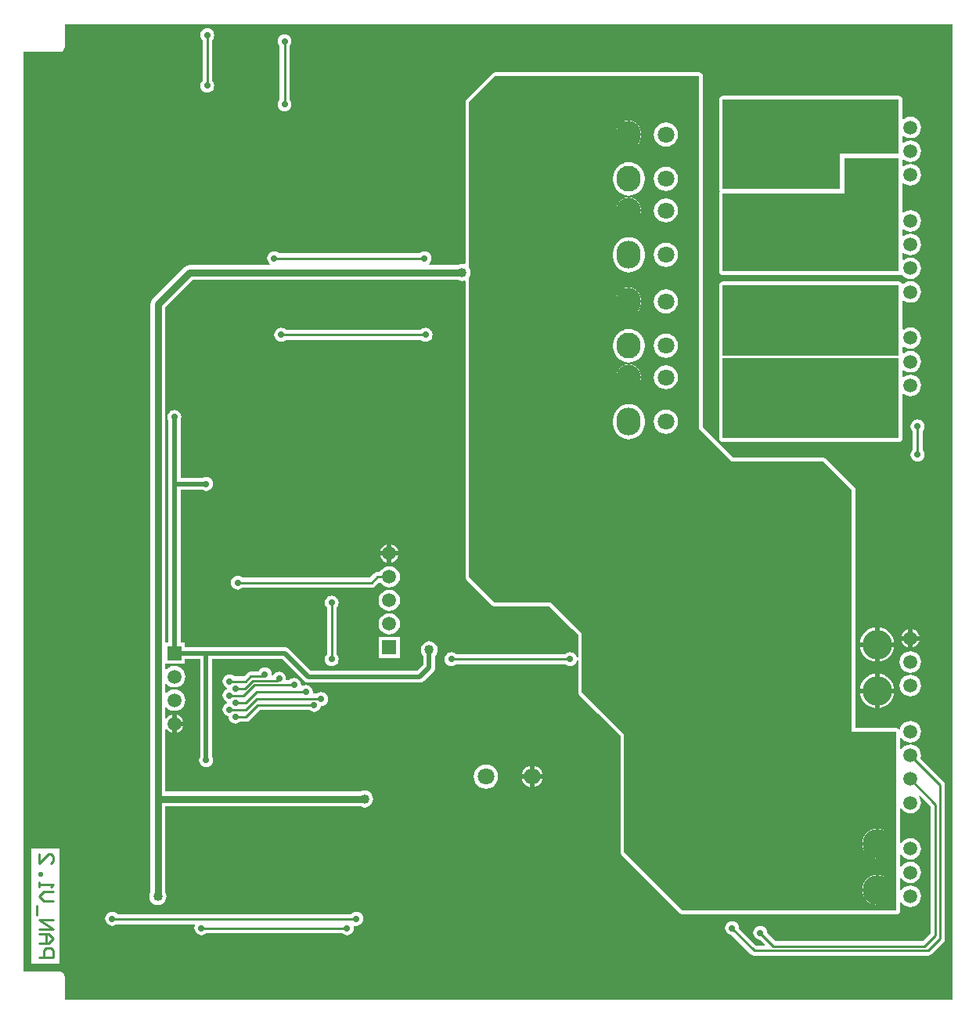
<source format=gbl>
%FSLAX25Y25*%
%MOIN*%
G70*
G01*
G75*
G04 Layer_Physical_Order=2*
G04 Layer_Color=16711680*
%ADD10C,0.01000*%
%ADD11R,0.10799X0.08500*%
%ADD12O,0.02756X0.07480*%
%ADD13O,0.02756X0.08268*%
%ADD14O,0.07874X0.13780*%
%ADD15R,0.07087X0.10236*%
%ADD16R,0.04921X0.02756*%
%ADD17R,0.02756X0.04921*%
%ADD18R,0.07087X0.04449*%
%ADD19R,0.04449X0.07087*%
%ADD20R,0.10512X0.04724*%
%ADD21O,0.02756X0.07087*%
%ADD22R,0.01654X0.03937*%
%ADD23R,0.04921X0.13465*%
%ADD24R,0.03661X0.03858*%
%ADD25R,0.03858X0.03661*%
%ADD26O,0.07087X0.01102*%
%ADD27O,0.01102X0.07087*%
%ADD28R,0.10709X0.04567*%
%ADD29C,0.03937*%
%ADD30R,0.02362X0.05906*%
%ADD31R,0.07874X0.07874*%
%ADD32C,0.03150*%
%ADD33C,0.01969*%
%ADD34C,0.01181*%
%ADD35C,0.04724*%
%ADD36R,0.20500X1.22000*%
%ADD37R,0.44000X0.15500*%
%ADD38R,0.15000X0.07000*%
%ADD39R,0.23000X0.15000*%
%ADD40R,0.25000X0.15000*%
%ADD41C,0.05906*%
%ADD42C,0.12598*%
%ADD43O,0.10236X0.11811*%
%ADD44O,0.10236X0.11024*%
%ADD45C,0.07087*%
%ADD46C,0.11811*%
%ADD47R,0.05906X0.05906*%
%ADD48C,0.03000*%
%ADD49C,0.04000*%
%ADD50C,0.02756*%
G36*
X397884Y2115D02*
X19832D01*
Y11811D01*
X19671Y12621D01*
X19212Y13307D01*
X18526Y13765D01*
X17717Y13926D01*
X2115D01*
Y405365D01*
X17717D01*
X18526Y405526D01*
X19212Y405984D01*
X19671Y406671D01*
X19832Y407480D01*
X19832Y407480D01*
X19832Y407480D01*
Y407480D01*
Y417176D01*
X397884D01*
Y2115D01*
D02*
G37*
%LPC*%
G36*
X364748Y160386D02*
X364317Y160343D01*
X362941Y159926D01*
X361673Y159248D01*
X360562Y158336D01*
X359650Y157225D01*
X358972Y155956D01*
X358554Y154580D01*
X358512Y154150D01*
X364748D01*
Y160386D01*
D02*
G37*
G36*
X383776Y154846D02*
X380921D01*
Y151991D01*
X380953Y151995D01*
X381915Y152394D01*
X382740Y153027D01*
X383374Y153853D01*
X383772Y154815D01*
X383776Y154846D01*
D02*
G37*
G36*
X378921Y159702D02*
X378889Y159697D01*
X377928Y159299D01*
X377102Y158666D01*
X376468Y157840D01*
X376070Y156878D01*
X376066Y156846D01*
X378921D01*
Y159702D01*
D02*
G37*
G36*
X366748Y160386D02*
Y154150D01*
X372984D01*
X372942Y154580D01*
X372524Y155956D01*
X371846Y157225D01*
X370934Y158336D01*
X369823Y159248D01*
X368555Y159926D01*
X367179Y160343D01*
X366748Y160386D01*
D02*
G37*
G36*
X372984Y152150D02*
X366748D01*
Y145914D01*
X367179Y145956D01*
X368555Y146373D01*
X369823Y147051D01*
X370934Y147963D01*
X371846Y149075D01*
X372524Y150343D01*
X372942Y151719D01*
X372984Y152150D01*
D02*
G37*
G36*
X364748D02*
X358512D01*
X358554Y151719D01*
X358972Y150343D01*
X359650Y149075D01*
X360562Y147963D01*
X361673Y147051D01*
X362941Y146373D01*
X364317Y145956D01*
X364748Y145914D01*
Y152150D01*
D02*
G37*
G36*
X378921Y154846D02*
X376066D01*
X376070Y154815D01*
X376468Y153853D01*
X377102Y153027D01*
X377928Y152394D01*
X378889Y151995D01*
X378921Y151991D01*
Y154846D01*
D02*
G37*
G36*
X162528Y156527D02*
X153472D01*
Y147473D01*
X162528D01*
Y156527D01*
D02*
G37*
G36*
X380921Y159702D02*
Y156846D01*
X383776D01*
X383772Y156878D01*
X383374Y157840D01*
X382740Y158666D01*
X381915Y159299D01*
X380953Y159697D01*
X380921Y159702D01*
D02*
G37*
G36*
X157000Y195855D02*
X156968Y195851D01*
X156007Y195453D01*
X155181Y194819D01*
X154547Y193993D01*
X154149Y193032D01*
X154145Y193000D01*
X157000D01*
Y195855D01*
D02*
G37*
G36*
X161855Y191000D02*
X159000D01*
Y188145D01*
X159032Y188149D01*
X159993Y188547D01*
X160819Y189181D01*
X161453Y190007D01*
X161851Y190968D01*
X161855Y191000D01*
D02*
G37*
G36*
X383000Y248978D02*
X382229Y248877D01*
X381511Y248579D01*
X380894Y248106D01*
X380421Y247489D01*
X380123Y246771D01*
X380022Y246000D01*
X380123Y245229D01*
X380421Y244511D01*
X380885Y243906D01*
Y236093D01*
X380421Y235489D01*
X380123Y234771D01*
X380022Y234000D01*
X380123Y233229D01*
X380421Y232511D01*
X380894Y231894D01*
X381511Y231421D01*
X382229Y231123D01*
X383000Y231022D01*
X383771Y231123D01*
X384489Y231421D01*
X385106Y231894D01*
X385579Y232511D01*
X385877Y233229D01*
X385978Y234000D01*
X385877Y234771D01*
X385579Y235489D01*
X385116Y236093D01*
Y243906D01*
X385579Y244511D01*
X385877Y245229D01*
X385978Y246000D01*
X385877Y246771D01*
X385579Y247489D01*
X385106Y248106D01*
X384489Y248579D01*
X383771Y248877D01*
X383000Y248978D01*
D02*
G37*
G36*
X159000Y195855D02*
Y193000D01*
X161855D01*
X161851Y193032D01*
X161453Y193993D01*
X160819Y194819D01*
X159993Y195453D01*
X159032Y195851D01*
X159000Y195855D01*
D02*
G37*
G36*
X158000Y176567D02*
X156818Y176411D01*
X155717Y175955D01*
X154771Y175229D01*
X154045Y174283D01*
X153589Y173182D01*
X153433Y172000D01*
X153589Y170818D01*
X154045Y169717D01*
X154771Y168771D01*
X155717Y168045D01*
X156818Y167589D01*
X158000Y167433D01*
X159182Y167589D01*
X160283Y168045D01*
X161229Y168771D01*
X161955Y169717D01*
X162411Y170818D01*
X162567Y172000D01*
X162411Y173182D01*
X161955Y174283D01*
X161229Y175229D01*
X160283Y175955D01*
X159182Y176411D01*
X158000Y176567D01*
D02*
G37*
G36*
Y166567D02*
X156818Y166411D01*
X155717Y165955D01*
X154771Y165229D01*
X154045Y164283D01*
X153589Y163182D01*
X153433Y162000D01*
X153589Y160818D01*
X154045Y159717D01*
X154771Y158771D01*
X155717Y158045D01*
X156818Y157589D01*
X158000Y157433D01*
X159182Y157589D01*
X160283Y158045D01*
X161229Y158771D01*
X161955Y159717D01*
X162411Y160818D01*
X162567Y162000D01*
X162411Y163182D01*
X161955Y164283D01*
X161229Y165229D01*
X160283Y165955D01*
X159182Y166411D01*
X158000Y166567D01*
D02*
G37*
G36*
X157000Y191000D02*
X154145D01*
X154149Y190968D01*
X154547Y190007D01*
X155181Y189181D01*
X156007Y188547D01*
X156968Y188149D01*
X157000Y188145D01*
Y191000D01*
D02*
G37*
G36*
X158000Y186567D02*
X156818Y186411D01*
X155717Y185955D01*
X154771Y185229D01*
X154045Y184283D01*
X153976Y184116D01*
X153000D01*
X152190Y183954D01*
X151504Y183496D01*
X149624Y181615D01*
X95594D01*
X94989Y182079D01*
X94271Y182377D01*
X93500Y182478D01*
X92729Y182377D01*
X92011Y182079D01*
X91394Y181606D01*
X90921Y180989D01*
X90623Y180271D01*
X90522Y179500D01*
X90623Y178729D01*
X90921Y178011D01*
X91394Y177394D01*
X92011Y176921D01*
X92729Y176623D01*
X93500Y176522D01*
X94271Y176623D01*
X94989Y176921D01*
X95594Y177384D01*
X150500D01*
X151310Y177546D01*
X151996Y178004D01*
X151996Y178004D01*
X151996Y178004D01*
X153470Y179479D01*
X153827Y179626D01*
X154130Y179606D01*
X154771Y178771D01*
X155717Y178045D01*
X156818Y177589D01*
X158000Y177433D01*
X159182Y177589D01*
X160283Y178045D01*
X161229Y178771D01*
X161955Y179717D01*
X162411Y180818D01*
X162567Y182000D01*
X162411Y183182D01*
X161955Y184283D01*
X161229Y185229D01*
X160283Y185955D01*
X159182Y186411D01*
X158000Y186567D01*
D02*
G37*
G36*
X217843Y101451D02*
X217657Y101426D01*
X216551Y100969D01*
X215602Y100240D01*
X214874Y99291D01*
X214416Y98186D01*
X214392Y98000D01*
X217843D01*
Y101451D01*
D02*
G37*
G36*
X223293Y96000D02*
X219843D01*
Y92549D01*
X220029Y92574D01*
X221134Y93031D01*
X222083Y93760D01*
X222811Y94709D01*
X223269Y95814D01*
X223293Y96000D01*
D02*
G37*
G36*
X70355Y118500D02*
X67500D01*
Y115645D01*
X67532Y115649D01*
X68493Y116047D01*
X69319Y116681D01*
X69953Y117507D01*
X70351Y118468D01*
X70355Y118500D01*
D02*
G37*
G36*
X219843Y101451D02*
Y98000D01*
X223293D01*
X223269Y98186D01*
X222811Y99291D01*
X222083Y100240D01*
X221134Y100969D01*
X220029Y101426D01*
X219843Y101451D01*
D02*
G37*
G36*
X144000Y39478D02*
X143229Y39377D01*
X142511Y39079D01*
X141894Y38606D01*
X141774Y38450D01*
X42226D01*
X42106Y38606D01*
X41489Y39079D01*
X40771Y39377D01*
X40000Y39478D01*
X39229Y39377D01*
X38511Y39079D01*
X37894Y38606D01*
X37421Y37989D01*
X37123Y37271D01*
X37022Y36500D01*
X37123Y35729D01*
X37421Y35011D01*
X37894Y34394D01*
X38511Y33921D01*
X39229Y33623D01*
X40000Y33522D01*
X40771Y33623D01*
X41489Y33921D01*
X41878Y34219D01*
X75066D01*
X75344Y33803D01*
X75123Y33271D01*
X75022Y32500D01*
X75123Y31729D01*
X75421Y31011D01*
X75894Y30394D01*
X76511Y29921D01*
X77229Y29623D01*
X78000Y29522D01*
X78771Y29623D01*
X79489Y29921D01*
X80093Y30385D01*
X137907D01*
X138511Y29921D01*
X139229Y29623D01*
X140000Y29522D01*
X140771Y29623D01*
X141489Y29921D01*
X142106Y30394D01*
X142579Y31011D01*
X142877Y31729D01*
X142978Y32500D01*
X142877Y33270D01*
X143230Y33623D01*
X144000Y33522D01*
X144771Y33623D01*
X145489Y33921D01*
X146106Y34394D01*
X146579Y35011D01*
X146877Y35729D01*
X146978Y36500D01*
X146877Y37271D01*
X146579Y37989D01*
X146106Y38606D01*
X145489Y39079D01*
X144771Y39377D01*
X144000Y39478D01*
D02*
G37*
G36*
X17573Y66561D02*
X5426D01*
Y17425D01*
X17573D01*
Y66561D01*
D02*
G37*
G36*
X217843Y96000D02*
X214392D01*
X214416Y95814D01*
X214874Y94709D01*
X215602Y93760D01*
X216551Y93031D01*
X217657Y92574D01*
X217843Y92549D01*
Y96000D01*
D02*
G37*
G36*
X199157Y102162D02*
X197821Y101986D01*
X196576Y101471D01*
X195507Y100650D01*
X194687Y99581D01*
X194171Y98336D01*
X193995Y97000D01*
X194171Y95664D01*
X194687Y94419D01*
X195507Y93350D01*
X196576Y92529D01*
X197821Y92014D01*
X199157Y91838D01*
X200494Y92014D01*
X201739Y92529D01*
X202808Y93350D01*
X203628Y94419D01*
X204144Y95664D01*
X204320Y97000D01*
X204144Y98336D01*
X203628Y99581D01*
X202808Y100650D01*
X201739Y101471D01*
X200494Y101986D01*
X199157Y102162D01*
D02*
G37*
G36*
X67500Y123355D02*
Y120500D01*
X70355D01*
X70351Y120532D01*
X69953Y121493D01*
X69319Y122319D01*
X68493Y122953D01*
X67532Y123351D01*
X67500Y123355D01*
D02*
G37*
G36*
X105000Y143478D02*
X104229Y143377D01*
X103511Y143079D01*
X102894Y142606D01*
X102421Y141989D01*
X102297Y141690D01*
X99019D01*
X98210Y141529D01*
X97523Y141071D01*
X96068Y139615D01*
X92093D01*
X91489Y140079D01*
X90771Y140377D01*
X90000Y140478D01*
X89229Y140377D01*
X88511Y140079D01*
X87894Y139606D01*
X87421Y138989D01*
X87123Y138271D01*
X87022Y137500D01*
X87123Y136729D01*
X87421Y136011D01*
X87894Y135394D01*
X88511Y134921D01*
X88923Y134750D01*
Y134250D01*
X88511Y134079D01*
X87894Y133606D01*
X87421Y132989D01*
X87123Y132271D01*
X87022Y131500D01*
X87123Y130729D01*
X87421Y130011D01*
X87894Y129394D01*
X88511Y128921D01*
X88923Y128750D01*
Y128250D01*
X88511Y128079D01*
X87894Y127606D01*
X87421Y126989D01*
X87123Y126271D01*
X87022Y125500D01*
X87123Y124729D01*
X87421Y124011D01*
X87894Y123394D01*
X88511Y122921D01*
X89229Y122623D01*
X89449Y122594D01*
X89522Y122500D01*
X89623Y121729D01*
X89921Y121011D01*
X90394Y120394D01*
X91011Y119921D01*
X91729Y119623D01*
X92500Y119522D01*
X93271Y119623D01*
X93989Y119921D01*
X94594Y120385D01*
X97000D01*
X97810Y120546D01*
X98496Y121004D01*
X102876Y125384D01*
X123907D01*
X124511Y124921D01*
X125229Y124623D01*
X126000Y124522D01*
X126771Y124623D01*
X127489Y124921D01*
X128106Y125394D01*
X128579Y126011D01*
X128877Y126729D01*
X128906Y126949D01*
X129000Y127022D01*
X129771Y127123D01*
X130489Y127421D01*
X131106Y127894D01*
X131579Y128511D01*
X131877Y129229D01*
X131978Y130000D01*
X131877Y130771D01*
X131579Y131489D01*
X131106Y132106D01*
X130489Y132579D01*
X129771Y132877D01*
X129000Y132978D01*
X128229Y132877D01*
X127511Y132579D01*
X127122Y132281D01*
X125763D01*
X125433Y132657D01*
X125478Y133000D01*
X125377Y133771D01*
X125079Y134489D01*
X124606Y135106D01*
X123989Y135579D01*
X123271Y135877D01*
X122500Y135978D01*
X121729Y135877D01*
X121011Y135579D01*
X120875Y135475D01*
X120442Y135725D01*
X120478Y136000D01*
X120377Y136771D01*
X120079Y137489D01*
X119606Y138106D01*
X118989Y138579D01*
X118271Y138877D01*
X117500Y138978D01*
X116729Y138877D01*
X116011Y138579D01*
X115407Y138116D01*
X114350D01*
X114021Y138491D01*
X114043Y138665D01*
X113942Y139436D01*
X113645Y140155D01*
X113171Y140771D01*
X112554Y141245D01*
X111836Y141542D01*
X111065Y141644D01*
X110294Y141542D01*
X109576Y141245D01*
X108959Y140771D01*
X108526Y140207D01*
X108027Y140190D01*
X107949Y140279D01*
X107978Y140500D01*
X107877Y141271D01*
X107579Y141989D01*
X107106Y142606D01*
X106489Y143079D01*
X105771Y143377D01*
X105000Y143478D01*
D02*
G37*
G36*
X366748Y140701D02*
Y134465D01*
X372984D01*
X372942Y134896D01*
X372524Y136271D01*
X371846Y137540D01*
X370934Y138651D01*
X369823Y139563D01*
X368555Y140241D01*
X367179Y140658D01*
X366748Y140701D01*
D02*
G37*
G36*
X133500Y173978D02*
X132729Y173877D01*
X132011Y173579D01*
X131394Y173106D01*
X130921Y172489D01*
X130623Y171771D01*
X130522Y171000D01*
X130623Y170229D01*
X130921Y169511D01*
X131385Y168906D01*
Y149093D01*
X130921Y148489D01*
X130623Y147771D01*
X130522Y147000D01*
X130623Y146229D01*
X130921Y145511D01*
X131394Y144894D01*
X132011Y144421D01*
X132729Y144123D01*
X133500Y144022D01*
X134271Y144123D01*
X134989Y144421D01*
X135606Y144894D01*
X136079Y145511D01*
X136377Y146229D01*
X136478Y147000D01*
X136377Y147771D01*
X136079Y148489D01*
X135616Y149093D01*
Y168906D01*
X136079Y169511D01*
X136377Y170229D01*
X136478Y171000D01*
X136377Y171771D01*
X136079Y172489D01*
X135606Y173106D01*
X134989Y173579D01*
X134271Y173877D01*
X133500Y173978D01*
D02*
G37*
G36*
X379921Y150334D02*
X378739Y150179D01*
X377638Y149723D01*
X376692Y148997D01*
X375966Y148051D01*
X375510Y146950D01*
X375355Y145768D01*
X375510Y144586D01*
X375966Y143484D01*
X376692Y142539D01*
X377638Y141813D01*
X378739Y141357D01*
X379921Y141201D01*
X381103Y141357D01*
X382205Y141813D01*
X383150Y142539D01*
X383876Y143484D01*
X384332Y144586D01*
X384488Y145768D01*
X384332Y146950D01*
X383876Y148051D01*
X383150Y148997D01*
X382205Y149723D01*
X381103Y150179D01*
X379921Y150334D01*
D02*
G37*
G36*
X372984Y132465D02*
X366748D01*
Y126229D01*
X367179Y126271D01*
X368555Y126688D01*
X369823Y127366D01*
X370934Y128278D01*
X371846Y129390D01*
X372524Y130658D01*
X372942Y132034D01*
X372984Y132465D01*
D02*
G37*
G36*
X364748D02*
X358512D01*
X358554Y132034D01*
X358972Y130658D01*
X359650Y129390D01*
X360562Y128278D01*
X361673Y127366D01*
X362941Y126688D01*
X364317Y126271D01*
X364748Y126229D01*
Y132465D01*
D02*
G37*
G36*
Y140701D02*
X364317Y140658D01*
X362941Y140241D01*
X361673Y139563D01*
X360562Y138651D01*
X359650Y137540D01*
X358972Y136271D01*
X358554Y134896D01*
X358512Y134465D01*
X364748D01*
Y140701D01*
D02*
G37*
G36*
X379921Y140256D02*
X378739Y140100D01*
X377638Y139644D01*
X376692Y138918D01*
X375966Y137972D01*
X375510Y136871D01*
X375355Y135689D01*
X375510Y134507D01*
X375966Y133406D01*
X376692Y132460D01*
X377638Y131734D01*
X378739Y131278D01*
X379921Y131122D01*
X381103Y131278D01*
X382205Y131734D01*
X383150Y132460D01*
X383876Y133406D01*
X384332Y134507D01*
X384488Y135689D01*
X384332Y136871D01*
X383876Y137972D01*
X383150Y138918D01*
X382205Y139644D01*
X381103Y140100D01*
X379921Y140256D01*
D02*
G37*
G36*
Y307756D02*
X378739Y307600D01*
X377638Y307144D01*
X377111Y306739D01*
X376651Y306648D01*
X376438Y306683D01*
X376135Y307135D01*
X375615Y307483D01*
X375000Y307606D01*
X300000D01*
X299385Y307483D01*
X298865Y307135D01*
X298517Y306614D01*
X298394Y306000D01*
Y276000D01*
X298494Y275500D01*
X298394Y275000D01*
Y241000D01*
X298517Y240386D01*
X298865Y239865D01*
X299385Y239517D01*
X300000Y239394D01*
X375000D01*
X375615Y239517D01*
X376135Y239865D01*
X376483Y240386D01*
X376606Y241000D01*
Y259717D01*
X377054Y259938D01*
X377638Y259490D01*
X378739Y259034D01*
X379921Y258878D01*
X381103Y259034D01*
X382205Y259490D01*
X383150Y260216D01*
X383876Y261161D01*
X384332Y262263D01*
X384488Y263445D01*
X384332Y264627D01*
X383876Y265728D01*
X383150Y266674D01*
X382205Y267400D01*
X381103Y267856D01*
X379921Y268011D01*
X378739Y267856D01*
X377638Y267400D01*
X377054Y266952D01*
X376606Y267173D01*
Y269796D01*
X377054Y270017D01*
X377638Y269569D01*
X378739Y269113D01*
X379921Y268957D01*
X381103Y269113D01*
X382205Y269569D01*
X383150Y270294D01*
X383876Y271240D01*
X384332Y272342D01*
X384488Y273524D01*
X384332Y274706D01*
X383876Y275807D01*
X383150Y276753D01*
X382205Y277478D01*
X381103Y277935D01*
X379921Y278090D01*
X378739Y277935D01*
X377638Y277478D01*
X377054Y277030D01*
X376606Y277252D01*
Y279874D01*
X377054Y280096D01*
X377638Y279648D01*
X378739Y279191D01*
X379921Y279036D01*
X381103Y279191D01*
X382205Y279648D01*
X383150Y280373D01*
X383876Y281319D01*
X384332Y282420D01*
X384488Y283602D01*
X384332Y284784D01*
X383876Y285886D01*
X383150Y286831D01*
X382205Y287557D01*
X381103Y288013D01*
X379921Y288169D01*
X378739Y288013D01*
X377638Y287557D01*
X377054Y287109D01*
X376606Y287330D01*
Y299461D01*
X377054Y299682D01*
X377638Y299234D01*
X378739Y298778D01*
X379921Y298622D01*
X381103Y298778D01*
X382205Y299234D01*
X383150Y299960D01*
X383876Y300906D01*
X384332Y302007D01*
X384488Y303189D01*
X384332Y304371D01*
X383876Y305472D01*
X383150Y306418D01*
X382205Y307144D01*
X381103Y307600D01*
X379921Y307756D01*
D02*
G37*
G36*
X203000Y396606D02*
X202487Y396504D01*
X202385Y396483D01*
X201865Y396135D01*
X190865Y385135D01*
X190517Y384614D01*
X190496Y384512D01*
X190394Y384000D01*
X190394Y384000D01*
Y315242D01*
X189979Y314964D01*
X189933Y314983D01*
X189000Y315106D01*
X188067Y314983D01*
X187328Y314677D01*
X174949D01*
X174788Y315150D01*
X175106Y315394D01*
X175579Y316011D01*
X175877Y316729D01*
X175978Y317500D01*
X175877Y318271D01*
X175579Y318989D01*
X175106Y319606D01*
X174489Y320079D01*
X173771Y320377D01*
X173000Y320478D01*
X172229Y320377D01*
X171511Y320079D01*
X170906Y319616D01*
X111093D01*
X110489Y320079D01*
X109771Y320377D01*
X109000Y320478D01*
X108229Y320377D01*
X107511Y320079D01*
X106894Y319606D01*
X106421Y318989D01*
X106123Y318271D01*
X106022Y317500D01*
X106123Y316729D01*
X106421Y316011D01*
X106894Y315394D01*
X107212Y315150D01*
X107051Y314677D01*
X73000D01*
X72178Y314568D01*
X71412Y314251D01*
X70754Y313746D01*
X57254Y300246D01*
X56749Y299588D01*
X56432Y298822D01*
X56323Y298000D01*
Y87500D01*
Y47672D01*
X56017Y46933D01*
X55894Y46000D01*
X56017Y45067D01*
X56377Y44197D01*
X56950Y43450D01*
X57697Y42877D01*
X58567Y42517D01*
X59500Y42394D01*
X60433Y42517D01*
X61303Y42877D01*
X62050Y43450D01*
X62623Y44197D01*
X62983Y45067D01*
X63106Y46000D01*
X62983Y46933D01*
X62677Y47672D01*
Y84323D01*
X145828D01*
X146567Y84017D01*
X147500Y83894D01*
X148433Y84017D01*
X149303Y84377D01*
X150050Y84950D01*
X150623Y85697D01*
X150983Y86567D01*
X151106Y87500D01*
X150983Y88433D01*
X150623Y89303D01*
X150050Y90050D01*
X149303Y90623D01*
X148433Y90983D01*
X147500Y91106D01*
X146567Y90983D01*
X145828Y90677D01*
X62677D01*
Y117212D01*
X63150Y117372D01*
X63681Y116681D01*
X64507Y116047D01*
X65468Y115649D01*
X65500Y115645D01*
Y119500D01*
Y123355D01*
X65468Y123351D01*
X64507Y122953D01*
X63681Y122319D01*
X63150Y121628D01*
X62677Y121788D01*
Y126267D01*
X63150Y126428D01*
X63271Y126271D01*
X64217Y125545D01*
X65318Y125089D01*
X66500Y124933D01*
X67682Y125089D01*
X68783Y125545D01*
X69729Y126271D01*
X70455Y127217D01*
X70911Y128318D01*
X71067Y129500D01*
X70911Y130682D01*
X70455Y131783D01*
X69729Y132729D01*
X68783Y133455D01*
X67682Y133911D01*
X66500Y134067D01*
X65318Y133911D01*
X64217Y133455D01*
X63271Y132729D01*
X63150Y132572D01*
X62677Y132732D01*
Y136267D01*
X63150Y136428D01*
X63271Y136271D01*
X64217Y135545D01*
X65318Y135089D01*
X66500Y134933D01*
X67682Y135089D01*
X68783Y135545D01*
X69729Y136271D01*
X70455Y137217D01*
X70911Y138318D01*
X71067Y139500D01*
X70911Y140682D01*
X70455Y141783D01*
X69729Y142729D01*
X68783Y143455D01*
X67682Y143911D01*
X66500Y144067D01*
X65318Y143911D01*
X64217Y143455D01*
X63271Y142729D01*
X63150Y142572D01*
X62677Y142733D01*
Y144973D01*
X71027D01*
Y146919D01*
X77419D01*
Y105484D01*
X77123Y104771D01*
X77022Y104000D01*
X77123Y103229D01*
X77421Y102511D01*
X77894Y101894D01*
X78511Y101421D01*
X79229Y101123D01*
X80000Y101022D01*
X80771Y101123D01*
X81489Y101421D01*
X82106Y101894D01*
X82579Y102511D01*
X82877Y103229D01*
X82978Y104000D01*
X82877Y104771D01*
X82581Y105484D01*
Y146919D01*
X112431D01*
X121675Y137675D01*
X122209Y137265D01*
X122650Y137082D01*
X122832Y137007D01*
X123500Y136919D01*
X171000D01*
X171668Y137007D01*
X171979Y137136D01*
X172291Y137265D01*
X172825Y137675D01*
X176825Y141675D01*
X177235Y142209D01*
X177235Y142209D01*
X177235Y142209D01*
X177493Y142832D01*
X177581Y143500D01*
Y148492D01*
X178123Y149197D01*
X178483Y150067D01*
X178606Y151000D01*
X178483Y151933D01*
X178123Y152803D01*
X177550Y153550D01*
X176803Y154123D01*
X175933Y154483D01*
X175000Y154606D01*
X174067Y154483D01*
X173197Y154123D01*
X172450Y153550D01*
X171877Y152803D01*
X171517Y151933D01*
X171394Y151000D01*
X171517Y150067D01*
X171877Y149197D01*
X172419Y148492D01*
Y144569D01*
X169931Y142081D01*
X124569D01*
X115325Y151325D01*
X114791Y151735D01*
X114479Y151864D01*
X114168Y151993D01*
X113500Y152081D01*
X71027D01*
Y154027D01*
X69081D01*
Y218919D01*
X78515D01*
X79229Y218623D01*
X80000Y218522D01*
X80771Y218623D01*
X81489Y218921D01*
X82106Y219394D01*
X82579Y220011D01*
X82877Y220729D01*
X82978Y221500D01*
X82877Y222271D01*
X82579Y222989D01*
X82106Y223606D01*
X81489Y224079D01*
X80771Y224377D01*
X80000Y224478D01*
X79229Y224377D01*
X78515Y224081D01*
X69081D01*
Y248516D01*
X69377Y249229D01*
X69478Y250000D01*
X69377Y250771D01*
X69079Y251489D01*
X68606Y252106D01*
X67989Y252579D01*
X67271Y252877D01*
X66500Y252978D01*
X65729Y252877D01*
X65011Y252579D01*
X64394Y252106D01*
X63921Y251489D01*
X63623Y250771D01*
X63522Y250000D01*
X63623Y249229D01*
X63919Y248516D01*
Y221500D01*
Y154027D01*
X62677D01*
Y296684D01*
X74316Y308323D01*
X187328D01*
X188067Y308017D01*
X189000Y307894D01*
X189933Y308017D01*
X189979Y308036D01*
X190394Y307758D01*
Y298000D01*
Y182000D01*
X190394Y182000D01*
X190496Y181488D01*
X190517Y181386D01*
X190865Y180865D01*
X190865Y180865D01*
X198865Y172865D01*
X201865Y169865D01*
X202385Y169517D01*
X202487Y169496D01*
X203000Y169394D01*
X203000Y169394D01*
X226335D01*
X235865Y159865D01*
X238394Y157335D01*
Y147662D01*
X237895Y147629D01*
X237877Y147771D01*
X237579Y148489D01*
X237106Y149106D01*
X236489Y149579D01*
X235771Y149877D01*
X235000Y149978D01*
X234229Y149877D01*
X233511Y149579D01*
X232907Y149116D01*
X186593D01*
X185989Y149579D01*
X185271Y149877D01*
X184500Y149978D01*
X183729Y149877D01*
X183011Y149579D01*
X182394Y149106D01*
X181921Y148489D01*
X181623Y147771D01*
X181522Y147000D01*
X181623Y146229D01*
X181921Y145511D01*
X182394Y144894D01*
X183011Y144421D01*
X183729Y144123D01*
X184500Y144022D01*
X185271Y144123D01*
X185989Y144421D01*
X186593Y144885D01*
X232907D01*
X233511Y144421D01*
X234229Y144123D01*
X235000Y144022D01*
X235771Y144123D01*
X236489Y144421D01*
X237106Y144894D01*
X237579Y145511D01*
X237877Y146229D01*
X237895Y146371D01*
X238394Y146338D01*
Y140000D01*
Y133000D01*
X238394Y133000D01*
X238496Y132487D01*
X238517Y132386D01*
X238865Y131865D01*
X238865Y131865D01*
X246865Y123865D01*
X246865Y123865D01*
X256394Y114335D01*
Y88000D01*
Y65000D01*
X256394Y65000D01*
X256496Y64487D01*
X256517Y64385D01*
X256865Y63865D01*
X267865Y52865D01*
X281865Y38865D01*
X282385Y38517D01*
X282488Y38496D01*
X283000Y38394D01*
X283000Y38394D01*
X374000D01*
X374615Y38517D01*
X375135Y38865D01*
X375483Y39386D01*
X375606Y40000D01*
Y43531D01*
X376079Y43692D01*
X376692Y42893D01*
X377638Y42167D01*
X378739Y41711D01*
X379921Y41555D01*
X381103Y41711D01*
X382205Y42167D01*
X383150Y42893D01*
X383876Y43839D01*
X384332Y44940D01*
X384488Y46122D01*
X384332Y47304D01*
X383876Y48405D01*
X383150Y49351D01*
X382205Y50077D01*
X381103Y50533D01*
X379921Y50689D01*
X378739Y50533D01*
X377638Y50077D01*
X376692Y49351D01*
X376079Y48552D01*
X375606Y48713D01*
Y53610D01*
X376079Y53771D01*
X376692Y52972D01*
X377638Y52246D01*
X378739Y51790D01*
X379921Y51634D01*
X381103Y51790D01*
X382205Y52246D01*
X383150Y52972D01*
X383876Y53917D01*
X384332Y55019D01*
X384488Y56201D01*
X384332Y57383D01*
X383876Y58484D01*
X383150Y59430D01*
X382205Y60156D01*
X381103Y60612D01*
X379921Y60767D01*
X378739Y60612D01*
X377638Y60156D01*
X376692Y59430D01*
X376079Y58631D01*
X375606Y58792D01*
Y63689D01*
X376079Y63849D01*
X376692Y63051D01*
X377638Y62325D01*
X378739Y61869D01*
X379921Y61713D01*
X381103Y61869D01*
X382205Y62325D01*
X383150Y63051D01*
X383876Y63996D01*
X384332Y65098D01*
X384488Y66280D01*
X384332Y67462D01*
X383876Y68563D01*
X383150Y69509D01*
X382205Y70234D01*
X381103Y70691D01*
X379921Y70846D01*
X378739Y70691D01*
X377638Y70234D01*
X376692Y69509D01*
X376079Y68710D01*
X375606Y68871D01*
Y83275D01*
X376079Y83436D01*
X376692Y82637D01*
X377638Y81911D01*
X378739Y81455D01*
X379921Y81300D01*
X381103Y81455D01*
X382205Y81911D01*
X383150Y82637D01*
X383876Y83583D01*
X384332Y84684D01*
X384488Y85866D01*
X384332Y87048D01*
X383876Y88149D01*
X383404Y88765D01*
X383780Y89095D01*
X388597Y84277D01*
Y30376D01*
X385124Y26903D01*
X322589D01*
X318976Y30516D01*
X318877Y31271D01*
X318579Y31989D01*
X318106Y32606D01*
X317489Y33079D01*
X316771Y33377D01*
X316000Y33478D01*
X315229Y33377D01*
X314511Y33079D01*
X313894Y32606D01*
X313421Y31989D01*
X313123Y31271D01*
X313022Y30500D01*
X313123Y29729D01*
X313421Y29011D01*
X313894Y28394D01*
X314511Y27921D01*
X315229Y27623D01*
X315985Y27524D01*
X317931Y25577D01*
X317740Y25115D01*
X314376D01*
X306976Y32515D01*
X306877Y33271D01*
X306579Y33989D01*
X306106Y34606D01*
X305489Y35079D01*
X304771Y35377D01*
X304000Y35478D01*
X303229Y35377D01*
X302511Y35079D01*
X301894Y34606D01*
X301421Y33989D01*
X301123Y33271D01*
X301022Y32500D01*
X301123Y31729D01*
X301421Y31011D01*
X301894Y30394D01*
X302511Y29921D01*
X303229Y29623D01*
X303984Y29524D01*
X312004Y21504D01*
X312690Y21046D01*
X313500Y20885D01*
X387500D01*
X388310Y21046D01*
X388996Y21504D01*
X393996Y26504D01*
X394454Y27190D01*
X394616Y28000D01*
Y93445D01*
X394454Y94254D01*
X393996Y94941D01*
X384263Y104674D01*
X384332Y104842D01*
X384488Y106024D01*
X384332Y107205D01*
X383876Y108307D01*
X383150Y109253D01*
X382205Y109978D01*
X381103Y110435D01*
X379921Y110590D01*
X378739Y110435D01*
X377638Y109978D01*
X376692Y109253D01*
X376079Y108454D01*
X375606Y108615D01*
Y113512D01*
X376079Y113672D01*
X376692Y112873D01*
X377638Y112148D01*
X378739Y111691D01*
X379921Y111536D01*
X381103Y111691D01*
X382205Y112148D01*
X383150Y112873D01*
X383876Y113819D01*
X384332Y114920D01*
X384488Y116102D01*
X384332Y117284D01*
X383876Y118386D01*
X383150Y119332D01*
X382205Y120057D01*
X381103Y120513D01*
X379921Y120669D01*
X378739Y120513D01*
X377638Y120057D01*
X376692Y119332D01*
X375966Y118386D01*
X375531Y117336D01*
X375053Y117191D01*
X374615Y117483D01*
X374000Y117606D01*
X356606D01*
Y219000D01*
X356483Y219615D01*
X356135Y220135D01*
X356135Y220135D01*
X344135Y232135D01*
X343615Y232483D01*
X343513Y232504D01*
X343000Y232606D01*
X343000Y232606D01*
X304665D01*
X291606Y245665D01*
Y395000D01*
X291483Y395615D01*
X291135Y396135D01*
X290615Y396483D01*
X290000Y396606D01*
X203000D01*
X203000Y396606D01*
D02*
G37*
G36*
X173500Y287978D02*
X172729Y287877D01*
X172011Y287579D01*
X171406Y287116D01*
X114093D01*
X113489Y287579D01*
X112771Y287877D01*
X112000Y287978D01*
X111229Y287877D01*
X110511Y287579D01*
X109894Y287106D01*
X109421Y286489D01*
X109123Y285771D01*
X109022Y285000D01*
X109123Y284229D01*
X109421Y283511D01*
X109894Y282894D01*
X110511Y282421D01*
X111229Y282123D01*
X112000Y282022D01*
X112771Y282123D01*
X113489Y282421D01*
X114093Y282885D01*
X171406D01*
X172011Y282421D01*
X172729Y282123D01*
X173500Y282022D01*
X174271Y282123D01*
X174989Y282421D01*
X175606Y282894D01*
X176079Y283511D01*
X176377Y284229D01*
X176478Y285000D01*
X176377Y285771D01*
X176079Y286489D01*
X175606Y287106D01*
X174989Y287579D01*
X174271Y287877D01*
X173500Y287978D01*
D02*
G37*
G36*
X375000Y386606D02*
X300000D01*
X299385Y386483D01*
X298865Y386135D01*
X298517Y385614D01*
X298394Y385000D01*
Y347000D01*
X298517Y346386D01*
X298774Y346000D01*
X298517Y345615D01*
X298394Y345000D01*
Y312000D01*
X298517Y311385D01*
X298865Y310865D01*
X299385Y310517D01*
X300000Y310394D01*
X375000D01*
X375615Y310517D01*
X376084Y310831D01*
X376692Y310039D01*
X377638Y309313D01*
X378739Y308857D01*
X379921Y308701D01*
X381103Y308857D01*
X382205Y309313D01*
X383150Y310039D01*
X383876Y310984D01*
X384332Y312086D01*
X384488Y313268D01*
X384332Y314450D01*
X383876Y315551D01*
X383150Y316497D01*
X382205Y317223D01*
X381103Y317679D01*
X379921Y317834D01*
X378739Y317679D01*
X377638Y317223D01*
X377054Y316775D01*
X376606Y316996D01*
Y319618D01*
X377054Y319840D01*
X377638Y319392D01*
X378739Y318935D01*
X379921Y318780D01*
X381103Y318935D01*
X382205Y319392D01*
X383150Y320117D01*
X383876Y321063D01*
X384332Y322165D01*
X384488Y323346D01*
X384332Y324528D01*
X383876Y325630D01*
X383150Y326575D01*
X382205Y327301D01*
X381103Y327757D01*
X379921Y327913D01*
X378739Y327757D01*
X377638Y327301D01*
X377054Y326853D01*
X376606Y327074D01*
Y329697D01*
X377054Y329918D01*
X377638Y329470D01*
X378739Y329014D01*
X379921Y328859D01*
X381103Y329014D01*
X382205Y329470D01*
X383150Y330196D01*
X383876Y331142D01*
X384332Y332243D01*
X384488Y333425D01*
X384332Y334607D01*
X383876Y335708D01*
X383150Y336654D01*
X382205Y337380D01*
X381103Y337836D01*
X379921Y337992D01*
X378739Y337836D01*
X377638Y337380D01*
X377054Y336932D01*
X376606Y337153D01*
Y349284D01*
X377054Y349505D01*
X377638Y349057D01*
X378739Y348601D01*
X379921Y348445D01*
X381103Y348601D01*
X382205Y349057D01*
X383150Y349783D01*
X383876Y350729D01*
X384332Y351830D01*
X384488Y353012D01*
X384332Y354194D01*
X383876Y355295D01*
X383150Y356241D01*
X382205Y356967D01*
X381103Y357423D01*
X379921Y357578D01*
X378739Y357423D01*
X377638Y356967D01*
X377054Y356519D01*
X376606Y356740D01*
Y359363D01*
X377054Y359584D01*
X377638Y359136D01*
X378739Y358680D01*
X379921Y358524D01*
X381103Y358680D01*
X382205Y359136D01*
X383150Y359861D01*
X383876Y360807D01*
X384332Y361909D01*
X384488Y363091D01*
X384332Y364272D01*
X383876Y365374D01*
X383150Y366320D01*
X382205Y367045D01*
X381103Y367502D01*
X379921Y367657D01*
X378739Y367502D01*
X377638Y367045D01*
X377054Y366597D01*
X376606Y366819D01*
Y369441D01*
X377054Y369663D01*
X377638Y369215D01*
X378739Y368758D01*
X379921Y368603D01*
X381103Y368758D01*
X382205Y369215D01*
X383150Y369940D01*
X383876Y370886D01*
X384332Y371988D01*
X384488Y373169D01*
X384332Y374351D01*
X383876Y375453D01*
X383150Y376398D01*
X382205Y377124D01*
X381103Y377580D01*
X379921Y377736D01*
X378739Y377580D01*
X377638Y377124D01*
X377054Y376676D01*
X376606Y376897D01*
Y385000D01*
X376483Y385614D01*
X376135Y386135D01*
X375615Y386483D01*
X375000Y386606D01*
D02*
G37*
G36*
X80500Y415478D02*
X79729Y415377D01*
X79011Y415079D01*
X78394Y414606D01*
X77921Y413989D01*
X77623Y413271D01*
X77522Y412500D01*
X77623Y411729D01*
X77921Y411011D01*
X78385Y410406D01*
Y393093D01*
X77921Y392489D01*
X77623Y391771D01*
X77522Y391000D01*
X77623Y390229D01*
X77921Y389511D01*
X78394Y388894D01*
X79011Y388421D01*
X79729Y388123D01*
X80500Y388022D01*
X81271Y388123D01*
X81989Y388421D01*
X82606Y388894D01*
X83079Y389511D01*
X83377Y390229D01*
X83478Y391000D01*
X83377Y391771D01*
X83079Y392489D01*
X82615Y393093D01*
Y410406D01*
X83079Y411011D01*
X83377Y411729D01*
X83478Y412500D01*
X83377Y413271D01*
X83079Y413989D01*
X82606Y414606D01*
X81989Y415079D01*
X81271Y415377D01*
X80500Y415478D01*
D02*
G37*
G36*
X113400Y412778D02*
X112629Y412677D01*
X111911Y412379D01*
X111294Y411906D01*
X110821Y411289D01*
X110523Y410571D01*
X110422Y409800D01*
X110523Y409029D01*
X110821Y408311D01*
X111284Y407706D01*
Y385093D01*
X110821Y384489D01*
X110523Y383771D01*
X110422Y383000D01*
X110523Y382229D01*
X110821Y381511D01*
X111294Y380894D01*
X111911Y380421D01*
X112629Y380123D01*
X113400Y380022D01*
X114171Y380123D01*
X114889Y380421D01*
X115506Y380894D01*
X115979Y381511D01*
X116277Y382229D01*
X116378Y383000D01*
X116277Y383771D01*
X115979Y384489D01*
X115515Y385093D01*
Y407706D01*
X115979Y408311D01*
X116277Y409029D01*
X116378Y409800D01*
X116277Y410571D01*
X115979Y411289D01*
X115506Y411906D01*
X114889Y412379D01*
X114171Y412677D01*
X113400Y412778D01*
D02*
G37*
%LPD*%
G36*
X375000Y312000D02*
X300000D01*
Y345000D01*
X352000D01*
Y360000D01*
X375000D01*
Y312000D01*
D02*
G37*
G36*
Y276000D02*
X300000D01*
Y306000D01*
X375000D01*
Y276000D01*
D02*
G37*
G36*
Y241000D02*
X300000D01*
Y275000D01*
X375000D01*
Y241000D01*
D02*
G37*
G36*
Y362000D02*
X350000D01*
Y347000D01*
X300000D01*
Y385000D01*
X375000D01*
Y362000D01*
D02*
G37*
G36*
X290000Y245000D02*
X304000Y231000D01*
X343000D01*
X355000Y219000D01*
Y116000D01*
X374000D01*
Y40000D01*
X283000D01*
X269000Y54000D01*
X258000Y65000D01*
Y88000D01*
Y115000D01*
X248000Y125000D01*
X240000Y133000D01*
Y140000D01*
Y158000D01*
X237000Y161000D01*
X227000Y171000D01*
X203000D01*
X200000Y174000D01*
X192000Y182000D01*
Y298000D01*
Y309537D01*
X192123Y309697D01*
X192483Y310567D01*
X192606Y311500D01*
X192483Y312433D01*
X192123Y313303D01*
X192000Y313463D01*
Y384000D01*
X203000Y395000D01*
X290000D01*
Y245000D01*
D02*
G37*
%LPC*%
G36*
X275748Y375343D02*
X274412Y375168D01*
X273167Y374652D01*
X272098Y373832D01*
X271277Y372762D01*
X270762Y371517D01*
X270586Y370181D01*
X270762Y368845D01*
X271277Y367600D01*
X272098Y366531D01*
X273167Y365711D01*
X274412Y365195D01*
X275748Y365019D01*
X277084Y365195D01*
X278329Y365711D01*
X279398Y366531D01*
X280219Y367600D01*
X280734Y368845D01*
X280910Y370181D01*
X280734Y371517D01*
X280219Y372762D01*
X279398Y373832D01*
X278329Y374652D01*
X277084Y375168D01*
X275748Y375343D01*
D02*
G37*
G36*
Y356446D02*
X274412Y356270D01*
X273167Y355754D01*
X272098Y354934D01*
X271277Y353865D01*
X270762Y352620D01*
X270586Y351283D01*
X270762Y349947D01*
X271277Y348702D01*
X272098Y347633D01*
X273167Y346813D01*
X274412Y346297D01*
X275748Y346121D01*
X277084Y346297D01*
X278329Y346813D01*
X279398Y347633D01*
X280219Y348702D01*
X280734Y349947D01*
X280910Y351283D01*
X280734Y352620D01*
X280219Y353865D01*
X279398Y354934D01*
X278329Y355754D01*
X277084Y356270D01*
X275748Y356446D01*
D02*
G37*
G36*
X260000Y358402D02*
X258688Y358273D01*
X257426Y357891D01*
X256264Y357269D01*
X255244Y356433D01*
X254408Y355414D01*
X253787Y354251D01*
X253404Y352989D01*
X253275Y351677D01*
Y350890D01*
X253404Y349578D01*
X253787Y348316D01*
X254408Y347153D01*
X255244Y346134D01*
X256264Y345298D01*
X257426Y344676D01*
X258688Y344294D01*
X260000Y344164D01*
X261312Y344294D01*
X262574Y344676D01*
X263736Y345298D01*
X264756Y346134D01*
X265592Y347153D01*
X266213Y348316D01*
X266596Y349578D01*
X266725Y350890D01*
Y351677D01*
X266596Y352989D01*
X266213Y354251D01*
X265592Y355414D01*
X264756Y356433D01*
X263736Y357269D01*
X262574Y357891D01*
X261312Y358273D01*
X260000Y358402D01*
D02*
G37*
G36*
X265162Y369681D02*
X260500D01*
Y364297D01*
X261336Y364407D01*
X262581Y364923D01*
X263650Y365743D01*
X264471Y366813D01*
X264986Y368058D01*
X265162Y369394D01*
Y369681D01*
D02*
G37*
G36*
X259500D02*
X254838D01*
Y369394D01*
X255014Y368058D01*
X255529Y366813D01*
X256350Y365743D01*
X257419Y364923D01*
X258664Y364407D01*
X259500Y364297D01*
Y369681D01*
D02*
G37*
G36*
X365248Y55099D02*
X364513Y55027D01*
X363326Y54667D01*
X362231Y54082D01*
X361272Y53295D01*
X360485Y52335D01*
X359900Y51241D01*
X359540Y50054D01*
X359468Y49319D01*
X365248D01*
Y55099D01*
D02*
G37*
G36*
X366248D02*
Y49319D01*
X372028D01*
X371956Y50054D01*
X371596Y51241D01*
X371011Y52335D01*
X370224Y53295D01*
X369265Y54082D01*
X368170Y54667D01*
X366983Y55027D01*
X366248Y55099D01*
D02*
G37*
G36*
X372028Y48319D02*
X366248D01*
Y42538D01*
X366983Y42611D01*
X368170Y42971D01*
X369265Y43556D01*
X370224Y44343D01*
X371011Y45302D01*
X371596Y46396D01*
X371956Y47584D01*
X372028Y48319D01*
D02*
G37*
G36*
X260500Y376065D02*
Y370681D01*
X265162D01*
Y370969D01*
X264986Y372305D01*
X264471Y373550D01*
X263650Y374619D01*
X262581Y375439D01*
X261336Y375955D01*
X260500Y376065D01*
D02*
G37*
G36*
X365248Y48319D02*
X359468D01*
X359540Y47584D01*
X359900Y46396D01*
X360485Y45302D01*
X361272Y44343D01*
X362231Y43556D01*
X363326Y42971D01*
X364513Y42611D01*
X365248Y42538D01*
Y48319D01*
D02*
G37*
G36*
X366248Y74784D02*
Y69004D01*
X372028D01*
X371956Y69739D01*
X371596Y70926D01*
X371011Y72021D01*
X370224Y72980D01*
X369265Y73767D01*
X368170Y74352D01*
X366983Y74712D01*
X366248Y74784D01*
D02*
G37*
G36*
X259500Y376065D02*
X258664Y375955D01*
X257419Y375439D01*
X256350Y374619D01*
X255529Y373550D01*
X255014Y372305D01*
X254838Y370969D01*
Y370681D01*
X259500D01*
Y376065D01*
D02*
G37*
G36*
X365248Y74784D02*
X364513Y74712D01*
X363326Y74352D01*
X362231Y73767D01*
X361272Y72980D01*
X360485Y72021D01*
X359900Y70926D01*
X359540Y69739D01*
X359468Y69004D01*
X365248D01*
Y74784D01*
D02*
G37*
G36*
Y68004D02*
X359468D01*
X359540Y67269D01*
X359900Y66082D01*
X360485Y64987D01*
X361272Y64028D01*
X362231Y63241D01*
X363326Y62656D01*
X364513Y62296D01*
X365248Y62224D01*
Y68004D01*
D02*
G37*
G36*
X372028D02*
X366248D01*
Y62224D01*
X366983Y62296D01*
X368170Y62656D01*
X369265Y63241D01*
X370224Y64028D01*
X371011Y64987D01*
X371596Y66082D01*
X371956Y67269D01*
X372028Y68004D01*
D02*
G37*
G36*
X260500Y343388D02*
Y338398D01*
X265148D01*
X264986Y339627D01*
X264471Y340872D01*
X263650Y341942D01*
X262581Y342762D01*
X261336Y343278D01*
X260500Y343388D01*
D02*
G37*
G36*
Y272388D02*
Y267398D01*
X265148D01*
X264986Y268627D01*
X264471Y269872D01*
X263650Y270942D01*
X262581Y271762D01*
X261336Y272278D01*
X260500Y272388D01*
D02*
G37*
G36*
X259500D02*
X258664Y272278D01*
X257419Y271762D01*
X256350Y270942D01*
X255529Y269872D01*
X255014Y268627D01*
X254852Y267398D01*
X259500D01*
Y272388D01*
D02*
G37*
G36*
X260000Y287402D02*
X258688Y287273D01*
X257426Y286891D01*
X256264Y286269D01*
X255244Y285433D01*
X254408Y284414D01*
X253787Y283251D01*
X253404Y281989D01*
X253275Y280677D01*
Y279890D01*
X253404Y278578D01*
X253787Y277316D01*
X254408Y276153D01*
X255244Y275134D01*
X256264Y274298D01*
X257426Y273676D01*
X258688Y273294D01*
X260000Y273164D01*
X261312Y273294D01*
X262574Y273676D01*
X263736Y274298D01*
X264756Y275134D01*
X265592Y276153D01*
X266213Y277316D01*
X266596Y278578D01*
X266725Y279890D01*
Y280677D01*
X266596Y281989D01*
X266213Y283251D01*
X265592Y284414D01*
X264756Y285433D01*
X263736Y286269D01*
X262574Y286891D01*
X261312Y287273D01*
X260000Y287402D01*
D02*
G37*
G36*
X259500Y298681D02*
X254838D01*
Y298394D01*
X255014Y297058D01*
X255529Y295813D01*
X256350Y294743D01*
X257419Y293923D01*
X258664Y293407D01*
X259500Y293297D01*
Y298681D01*
D02*
G37*
G36*
X275748Y285446D02*
X274412Y285270D01*
X273167Y284754D01*
X272098Y283934D01*
X271277Y282864D01*
X270762Y281620D01*
X270586Y280283D01*
X270762Y278947D01*
X271277Y277702D01*
X272098Y276633D01*
X273167Y275813D01*
X274412Y275297D01*
X275748Y275121D01*
X277084Y275297D01*
X278329Y275813D01*
X279398Y276633D01*
X280219Y277702D01*
X280734Y278947D01*
X280910Y280283D01*
X280734Y281620D01*
X280219Y282864D01*
X279398Y283934D01*
X278329Y284754D01*
X277084Y285270D01*
X275748Y285446D01*
D02*
G37*
G36*
X260000Y255513D02*
X258688Y255383D01*
X257426Y255001D01*
X256264Y254379D01*
X255244Y253543D01*
X254408Y252524D01*
X253787Y251361D01*
X253404Y250099D01*
X253275Y248787D01*
Y247213D01*
X253404Y245901D01*
X253787Y244639D01*
X254408Y243476D01*
X255244Y242457D01*
X256264Y241621D01*
X257426Y240999D01*
X258688Y240616D01*
X260000Y240487D01*
X261312Y240616D01*
X262574Y240999D01*
X263736Y241621D01*
X264756Y242457D01*
X265592Y243476D01*
X266213Y244639D01*
X266596Y245901D01*
X266725Y247213D01*
Y248787D01*
X266596Y250099D01*
X266213Y251361D01*
X265592Y252524D01*
X264756Y253543D01*
X263736Y254379D01*
X262574Y255001D01*
X261312Y255383D01*
X260000Y255513D01*
D02*
G37*
G36*
X275748Y253162D02*
X274412Y252986D01*
X273167Y252471D01*
X272098Y251650D01*
X271277Y250581D01*
X270762Y249336D01*
X270586Y248000D01*
X270762Y246664D01*
X271277Y245419D01*
X272098Y244350D01*
X273167Y243529D01*
X274412Y243014D01*
X275748Y242838D01*
X277084Y243014D01*
X278329Y243529D01*
X279398Y244350D01*
X280219Y245419D01*
X280734Y246664D01*
X280910Y248000D01*
X280734Y249336D01*
X280219Y250581D01*
X279398Y251650D01*
X278329Y252471D01*
X277084Y252986D01*
X275748Y253162D01*
D02*
G37*
G36*
X259500Y266398D02*
X254852D01*
X255014Y265168D01*
X255529Y263923D01*
X256350Y262854D01*
X257419Y262033D01*
X258664Y261518D01*
X259500Y261407D01*
Y266398D01*
D02*
G37*
G36*
X275748Y272060D02*
X274412Y271884D01*
X273167Y271368D01*
X272098Y270548D01*
X271277Y269479D01*
X270762Y268234D01*
X270586Y266898D01*
X270762Y265562D01*
X271277Y264317D01*
X272098Y263247D01*
X273167Y262427D01*
X274412Y261911D01*
X275748Y261735D01*
X277084Y261911D01*
X278329Y262427D01*
X279398Y263247D01*
X280219Y264317D01*
X280734Y265562D01*
X280910Y266898D01*
X280734Y268234D01*
X280219Y269479D01*
X279398Y270548D01*
X278329Y271368D01*
X277084Y271884D01*
X275748Y272060D01*
D02*
G37*
G36*
X265148Y266398D02*
X260500D01*
Y261407D01*
X261336Y261518D01*
X262581Y262033D01*
X263650Y262854D01*
X264471Y263923D01*
X264986Y265168D01*
X265148Y266398D01*
D02*
G37*
G36*
X259500Y337398D02*
X254852D01*
X255014Y336168D01*
X255529Y334923D01*
X256350Y333854D01*
X257419Y333033D01*
X258664Y332518D01*
X259500Y332407D01*
Y337398D01*
D02*
G37*
G36*
X275748Y324162D02*
X274412Y323986D01*
X273167Y323471D01*
X272098Y322650D01*
X271277Y321581D01*
X270762Y320336D01*
X270586Y319000D01*
X270762Y317664D01*
X271277Y316419D01*
X272098Y315350D01*
X273167Y314529D01*
X274412Y314014D01*
X275748Y313838D01*
X277084Y314014D01*
X278329Y314529D01*
X279398Y315350D01*
X280219Y316419D01*
X280734Y317664D01*
X280910Y319000D01*
X280734Y320336D01*
X280219Y321581D01*
X279398Y322650D01*
X278329Y323471D01*
X277084Y323986D01*
X275748Y324162D01*
D02*
G37*
G36*
X265148Y337398D02*
X260500D01*
Y332407D01*
X261336Y332518D01*
X262581Y333033D01*
X263650Y333854D01*
X264471Y334923D01*
X264986Y336168D01*
X265148Y337398D01*
D02*
G37*
G36*
X259500Y343388D02*
X258664Y343278D01*
X257419Y342762D01*
X256350Y341942D01*
X255529Y340872D01*
X255014Y339627D01*
X254852Y338398D01*
X259500D01*
Y343388D01*
D02*
G37*
G36*
X275748Y343060D02*
X274412Y342884D01*
X273167Y342368D01*
X272098Y341548D01*
X271277Y340479D01*
X270762Y339234D01*
X270586Y337898D01*
X270762Y336561D01*
X271277Y335316D01*
X272098Y334247D01*
X273167Y333427D01*
X274412Y332911D01*
X275748Y332735D01*
X277084Y332911D01*
X278329Y333427D01*
X279398Y334247D01*
X280219Y335316D01*
X280734Y336561D01*
X280910Y337898D01*
X280734Y339234D01*
X280219Y340479D01*
X279398Y341548D01*
X278329Y342368D01*
X277084Y342884D01*
X275748Y343060D01*
D02*
G37*
G36*
Y304344D02*
X274412Y304168D01*
X273167Y303652D01*
X272098Y302832D01*
X271277Y301762D01*
X270762Y300517D01*
X270586Y299181D01*
X270762Y297845D01*
X271277Y296600D01*
X272098Y295531D01*
X273167Y294711D01*
X274412Y294195D01*
X275748Y294019D01*
X277084Y294195D01*
X278329Y294711D01*
X279398Y295531D01*
X280219Y296600D01*
X280734Y297845D01*
X280910Y299181D01*
X280734Y300517D01*
X280219Y301762D01*
X279398Y302832D01*
X278329Y303652D01*
X277084Y304168D01*
X275748Y304344D01*
D02*
G37*
G36*
X265162Y298681D02*
X260500D01*
Y293297D01*
X261336Y293407D01*
X262581Y293923D01*
X263650Y294743D01*
X264471Y295813D01*
X264986Y297058D01*
X265162Y298394D01*
Y298681D01*
D02*
G37*
G36*
X259500Y305065D02*
X258664Y304955D01*
X257419Y304439D01*
X256350Y303619D01*
X255529Y302550D01*
X255014Y301305D01*
X254838Y299969D01*
Y299681D01*
X259500D01*
Y305065D01*
D02*
G37*
G36*
X260000Y326513D02*
X258688Y326383D01*
X257426Y326001D01*
X256264Y325379D01*
X255244Y324543D01*
X254408Y323524D01*
X253787Y322361D01*
X253404Y321099D01*
X253275Y319787D01*
Y318213D01*
X253404Y316901D01*
X253787Y315639D01*
X254408Y314476D01*
X255244Y313457D01*
X256264Y312621D01*
X257426Y311999D01*
X258688Y311616D01*
X260000Y311487D01*
X261312Y311616D01*
X262574Y311999D01*
X263736Y312621D01*
X264756Y313457D01*
X265592Y314476D01*
X266213Y315639D01*
X266596Y316901D01*
X266725Y318213D01*
Y319787D01*
X266596Y321099D01*
X266213Y322361D01*
X265592Y323524D01*
X264756Y324543D01*
X263736Y325379D01*
X262574Y326001D01*
X261312Y326383D01*
X260000Y326513D01*
D02*
G37*
G36*
X260500Y305065D02*
Y299681D01*
X265162D01*
Y299969D01*
X264986Y301305D01*
X264471Y302550D01*
X263650Y303619D01*
X262581Y304439D01*
X261336Y304955D01*
X260500Y305065D01*
D02*
G37*
%LPD*%
D10*
X184500Y147000D02*
X235000D01*
X112000Y285000D02*
X173000D01*
X109000Y317500D02*
X173000D01*
X80500Y391000D02*
Y412500D01*
X93500Y179500D02*
X150500D01*
X153000Y182000D01*
X158000D01*
X383000Y234000D02*
Y246000D01*
X113400Y383000D02*
Y409800D01*
X90000Y137500D02*
X96944D01*
X99019Y139575D01*
X104075D01*
X105000Y140500D01*
X92500Y134500D02*
X96472D01*
X99760Y137787D01*
X110187D01*
X111065Y138665D01*
X96000Y131500D02*
X100500Y136000D01*
X117500D01*
X101500Y133000D02*
X122500D01*
X102000Y127500D02*
X126000D01*
X101665Y130165D02*
X128835D01*
X129000Y130000D01*
X97000Y128500D02*
X101500Y133000D01*
X97000Y125500D02*
X101665Y130165D01*
X97000Y122500D02*
X102000Y127500D01*
X90000Y131500D02*
X96000D01*
X92500Y128500D02*
X97000D01*
X90000Y125500D02*
X97000D01*
X92500Y122500D02*
X97000D01*
X316000Y30500D02*
X321713Y24787D01*
X386000D01*
X390713Y29500D01*
Y85153D01*
X379921Y95945D02*
X390713Y85153D01*
X379921Y106024D02*
X392500Y93445D01*
Y28000D02*
Y93445D01*
X387500Y23000D02*
X392500Y28000D01*
X313500Y23000D02*
X387500D01*
X304000Y32500D02*
X313500Y23000D01*
X78000Y32500D02*
X140000D01*
X40165Y36335D02*
X143835D01*
X144000Y36500D01*
X40000D02*
X40165Y36335D01*
X133500Y147000D02*
Y171000D01*
X173000Y285000D02*
X173500Y285500D01*
Y285000D02*
Y285500D01*
X9000Y20000D02*
X14998D01*
Y22999D01*
X13998Y23999D01*
X11999D01*
X10999Y22999D01*
Y20000D01*
X9000Y25998D02*
X12999D01*
X14998Y27997D01*
X12999Y29997D01*
X9000D01*
X11999D01*
Y25998D01*
X9000Y31996D02*
X14998D01*
X9000Y35995D01*
X14998D01*
X8000Y37994D02*
Y41993D01*
X14998Y43992D02*
X10999D01*
X9000Y45992D01*
X10999Y47991D01*
X14998D01*
X9000Y49990D02*
Y51990D01*
Y50990D01*
X14998D01*
X13998Y49990D01*
X9000Y54989D02*
X10000D01*
Y55988D01*
X9000D01*
Y54989D01*
Y63986D02*
Y59987D01*
X12999Y63986D01*
X13998D01*
X14998Y62986D01*
Y60987D01*
X13998Y59987D01*
D32*
X59500Y46000D02*
Y87500D01*
Y298000D01*
Y87500D02*
X147500D01*
X73000Y311500D02*
X189000D01*
X59500Y298000D02*
X73000Y311500D01*
D33*
X175000Y143500D02*
Y151000D01*
X123500Y139500D02*
X171000D01*
X175000Y143500D01*
X80000Y149500D02*
X113500D01*
X66500D02*
X80000D01*
Y104000D02*
Y149500D01*
X66500Y221500D02*
Y250000D01*
Y149500D02*
Y221500D01*
X80000D01*
X113500Y149500D02*
X123500Y139500D01*
D41*
X379921Y373169D02*
D03*
Y363091D02*
D03*
Y353012D02*
D03*
Y333425D02*
D03*
Y323346D02*
D03*
Y313268D02*
D03*
Y303189D02*
D03*
Y283602D02*
D03*
Y273524D02*
D03*
Y263445D02*
D03*
Y46122D02*
D03*
Y56201D02*
D03*
Y66280D02*
D03*
Y85866D02*
D03*
Y95945D02*
D03*
Y106024D02*
D03*
Y116102D02*
D03*
Y135689D02*
D03*
Y145768D02*
D03*
Y155846D02*
D03*
X158000Y192000D02*
D03*
Y182000D02*
D03*
Y172000D02*
D03*
Y162000D02*
D03*
X66500Y139500D02*
D03*
Y129500D02*
D03*
Y119500D02*
D03*
D42*
X365748Y285827D02*
D03*
Y266142D02*
D03*
Y350787D02*
D03*
Y370472D02*
D03*
Y153150D02*
D03*
Y133465D02*
D03*
Y48819D02*
D03*
Y68504D02*
D03*
D43*
X260000Y248000D02*
D03*
Y299181D02*
D03*
Y370181D02*
D03*
Y319000D02*
D03*
D44*
Y266898D02*
D03*
Y280283D02*
D03*
Y351283D02*
D03*
Y337898D02*
D03*
D45*
X275748Y299181D02*
D03*
Y280283D02*
D03*
Y248000D02*
D03*
Y266898D02*
D03*
Y337898D02*
D03*
Y319000D02*
D03*
Y351283D02*
D03*
Y370181D02*
D03*
X199157Y97000D02*
D03*
X218843D02*
D03*
D46*
X308819Y289732D02*
D03*
Y257449D02*
D03*
Y328449D02*
D03*
Y360732D02*
D03*
D47*
X158000Y152000D02*
D03*
X66500Y149500D02*
D03*
D48*
X199500Y168000D02*
D03*
X202000Y152500D02*
D03*
X206500Y130000D02*
D03*
X190000Y139500D02*
D03*
X208000D02*
D03*
X192500Y130500D02*
D03*
X186000Y154500D02*
D03*
X181000D02*
D03*
X217500Y152500D02*
D03*
X214500Y167000D02*
D03*
X210000Y151000D02*
D03*
X179000Y130000D02*
D03*
X160500Y125500D02*
D03*
X152000Y109500D02*
D03*
X85000Y109000D02*
D03*
X100000Y119500D02*
D03*
X74500Y135000D02*
D03*
Y144000D02*
D03*
X84000Y205000D02*
D03*
X151000Y187500D02*
D03*
X152000Y167000D02*
D03*
X151000Y158000D02*
D03*
X172500Y182000D02*
D03*
X225000Y156000D02*
D03*
Y151500D02*
D03*
X233500Y116500D02*
D03*
Y129000D02*
D03*
X246000Y117000D02*
D03*
X130500Y206500D02*
D03*
X393500Y150500D02*
D03*
X394000Y126000D02*
D03*
X386000Y127000D02*
D03*
X374500Y124000D02*
D03*
X360500Y123500D02*
D03*
X361000Y143500D02*
D03*
X386500Y140500D02*
D03*
X386000Y151500D02*
D03*
X375000Y151000D02*
D03*
X373000Y142500D02*
D03*
X360000Y162500D02*
D03*
X368500D02*
D03*
X377000D02*
D03*
X385500Y163000D02*
D03*
X394500D02*
D03*
Y171500D02*
D03*
X385500D02*
D03*
X377000D02*
D03*
X368500D02*
D03*
X360000D02*
D03*
X253500Y112500D02*
D03*
X254000Y100500D02*
D03*
X253500Y87000D02*
D03*
X253000Y80000D02*
D03*
X250000Y60000D02*
D03*
X255500Y60500D02*
D03*
X250000Y70500D02*
D03*
X222000Y75000D02*
D03*
X234000Y81000D02*
D03*
X210000Y120000D02*
D03*
X209000Y106000D02*
D03*
X208000Y84000D02*
D03*
X209500Y62000D02*
D03*
X210000Y69000D02*
D03*
X235000Y89500D02*
D03*
X234500Y71500D02*
D03*
X234000Y60000D02*
D03*
X136500Y80500D02*
D03*
Y57500D02*
D03*
X136000Y71500D02*
D03*
X156000D02*
D03*
X175000Y72000D02*
D03*
X190000Y68000D02*
D03*
X189000Y54500D02*
D03*
X176000Y45000D02*
D03*
X188500D02*
D03*
X173500Y49000D02*
D03*
X173000Y61000D02*
D03*
X175000Y86500D02*
D03*
X191500Y77000D02*
D03*
X182500Y111000D02*
D03*
X191500Y97000D02*
D03*
X172500Y96000D02*
D03*
X169000Y78500D02*
D03*
X163500D02*
D03*
X154500Y81500D02*
D03*
X160000Y96000D02*
D03*
Y134500D02*
D03*
X139500Y129500D02*
D03*
X165500Y130500D02*
D03*
X149000Y120000D02*
D03*
X158500Y111000D02*
D03*
X171500Y111500D02*
D03*
X191500Y117000D02*
D03*
X213000Y128000D02*
D03*
X223500D02*
D03*
X224000Y142500D02*
D03*
X224500Y113000D02*
D03*
X243000Y109500D02*
D03*
X235000Y110000D02*
D03*
X234000Y99000D02*
D03*
X233500Y122000D02*
D03*
X40000Y310500D02*
D03*
X49500Y334000D02*
D03*
X63000Y357000D02*
D03*
X56500Y408500D02*
D03*
X75000Y415000D02*
D03*
X394000Y412500D02*
D03*
X364500Y237000D02*
D03*
X364000Y229000D02*
D03*
X350500Y230000D02*
D03*
X355000Y236000D02*
D03*
X342500D02*
D03*
X329500D02*
D03*
X317500Y235500D02*
D03*
X307000D02*
D03*
X393500Y136500D02*
D03*
X395500Y116000D02*
D03*
X396500Y94000D02*
D03*
Y66500D02*
D03*
Y44500D02*
D03*
X395000Y23000D02*
D03*
X384500Y5500D02*
D03*
X394500Y9000D02*
D03*
X384500Y17000D02*
D03*
X373000Y10000D02*
D03*
X357500D02*
D03*
X344500D02*
D03*
X330500Y9500D02*
D03*
X315000D02*
D03*
X298500D02*
D03*
X282500D02*
D03*
X266500Y10000D02*
D03*
X250000Y9500D02*
D03*
X234000Y9000D02*
D03*
X219500D02*
D03*
X203000Y9500D02*
D03*
X185000D02*
D03*
X168000Y9000D02*
D03*
X150500Y10000D02*
D03*
X133500Y9500D02*
D03*
X119000D02*
D03*
X327000Y19500D02*
D03*
X344500D02*
D03*
X359000D02*
D03*
X372000D02*
D03*
X377000Y29000D02*
D03*
X382000Y31500D02*
D03*
X311000Y20000D02*
D03*
X301000D02*
D03*
X291500D02*
D03*
X293500Y28500D02*
D03*
X281000Y20000D02*
D03*
X282500Y28500D02*
D03*
X269500Y20000D02*
D03*
X271000Y28500D02*
D03*
X255500Y19500D02*
D03*
X258000Y28500D02*
D03*
X241000Y19500D02*
D03*
X245500Y29000D02*
D03*
X227500Y19500D02*
D03*
X231500Y29000D02*
D03*
X212500Y20000D02*
D03*
X217000Y28500D02*
D03*
X198500Y20000D02*
D03*
X202500Y28500D02*
D03*
X184500Y19500D02*
D03*
X190000Y28500D02*
D03*
X170000Y20000D02*
D03*
X175000Y28000D02*
D03*
X155000Y20000D02*
D03*
X160000Y28500D02*
D03*
X146500Y21500D02*
D03*
X17500Y73500D02*
D03*
X6500Y83500D02*
D03*
X7500Y74000D02*
D03*
X27000Y74500D02*
D03*
X27500Y59500D02*
D03*
X28000Y43000D02*
D03*
X78500Y11500D02*
D03*
X77500Y22500D02*
D03*
X54500Y25500D02*
D03*
X54000Y12000D02*
D03*
X29500Y12500D02*
D03*
X105500Y9500D02*
D03*
X95000Y16500D02*
D03*
X83500Y50500D02*
D03*
X90000D02*
D03*
X90500Y62000D02*
D03*
X90000Y72000D02*
D03*
X12500Y85500D02*
D03*
X4500Y93000D02*
D03*
X27000Y91000D02*
D03*
X51000Y237500D02*
D03*
X36000Y238000D02*
D03*
X21000Y402000D02*
D03*
X43000Y406000D02*
D03*
X51000Y414000D02*
D03*
X30500Y411000D02*
D03*
X11500Y388000D02*
D03*
X14000Y368500D02*
D03*
X23000Y378000D02*
D03*
X43000Y397000D02*
D03*
X71500Y413000D02*
D03*
X6000Y401500D02*
D03*
X5000Y358500D02*
D03*
X63000Y311500D02*
D03*
X52500Y304500D02*
D03*
X52000Y290000D02*
D03*
X43500Y282500D02*
D03*
X41500Y264000D02*
D03*
X43000Y251500D02*
D03*
X52000Y245000D02*
D03*
X75000Y305000D02*
D03*
X75500Y316500D02*
D03*
Y327500D02*
D03*
Y341000D02*
D03*
Y356000D02*
D03*
Y369500D02*
D03*
Y379500D02*
D03*
Y390000D02*
D03*
X68000Y390500D02*
D03*
X57500Y379000D02*
D03*
X45500Y367500D02*
D03*
X34000Y356000D02*
D03*
X24000Y346000D02*
D03*
X24500Y329000D02*
D03*
Y307500D02*
D03*
Y288000D02*
D03*
Y269500D02*
D03*
Y251500D02*
D03*
Y236000D02*
D03*
X36500Y219000D02*
D03*
X22500Y223500D02*
D03*
Y216500D02*
D03*
X21000Y195500D02*
D03*
X20500Y205500D02*
D03*
X37000Y200500D02*
D03*
X50500Y199500D02*
D03*
X24500Y177000D02*
D03*
X19000Y178000D02*
D03*
Y186500D02*
D03*
X39000Y181500D02*
D03*
X31500Y163500D02*
D03*
X40500Y163000D02*
D03*
X52500Y159000D02*
D03*
X16500Y161000D02*
D03*
X24500Y166000D02*
D03*
X16000Y169000D02*
D03*
X17000Y153000D02*
D03*
X27500Y147000D02*
D03*
Y138000D02*
D03*
X28500Y129000D02*
D03*
X21500Y139000D02*
D03*
X22000Y129500D02*
D03*
X14000Y137500D02*
D03*
Y145000D02*
D03*
X20000Y120500D02*
D03*
X12500Y128000D02*
D03*
X28000Y120500D02*
D03*
Y110000D02*
D03*
X19000D02*
D03*
X12500Y116500D02*
D03*
X17500Y101500D02*
D03*
X27000Y102000D02*
D03*
X19500Y90500D02*
D03*
X11000Y100000D02*
D03*
Y106500D02*
D03*
X23500Y81500D02*
D03*
X37500Y81000D02*
D03*
X42500D02*
D03*
X51500D02*
D03*
X40500Y71000D02*
D03*
X78000D02*
D03*
X77500Y62000D02*
D03*
X41500D02*
D03*
X46000Y51500D02*
D03*
X72000Y51000D02*
D03*
X145500Y28000D02*
D03*
X137000Y23500D02*
D03*
X160500Y57000D02*
D03*
X152000Y41000D02*
D03*
X164000D02*
D03*
X135500Y41500D02*
D03*
X89500Y41000D02*
D03*
X83500D02*
D03*
X90500Y28500D02*
D03*
X106500Y18000D02*
D03*
X129000D02*
D03*
X126000Y22500D02*
D03*
X102000Y21500D02*
D03*
X126000Y28000D02*
D03*
X98500D02*
D03*
X125500Y41000D02*
D03*
X98500D02*
D03*
X117500Y55000D02*
D03*
X104000Y65500D02*
D03*
X121000D02*
D03*
X125000Y71500D02*
D03*
X113000Y76000D02*
D03*
Y80500D02*
D03*
X100500Y82000D02*
D03*
X99500Y72000D02*
D03*
X88000Y81500D02*
D03*
X71000D02*
D03*
Y92500D02*
D03*
X88000Y93000D02*
D03*
X71500Y100000D02*
D03*
X87000Y116000D02*
D03*
X92000Y108500D02*
D03*
X92500Y99000D02*
D03*
X135500Y109000D02*
D03*
X136000Y100000D02*
D03*
X133000Y94500D02*
D03*
X137500Y119500D02*
D03*
X144000Y113500D02*
D03*
X131500Y125500D02*
D03*
X125000Y105500D02*
D03*
X126500Y115500D02*
D03*
X125000Y97500D02*
D03*
X119000Y100500D02*
D03*
X113000Y102500D02*
D03*
X115500Y106000D02*
D03*
Y119500D02*
D03*
X93500Y289000D02*
D03*
X92000Y262000D02*
D03*
X81500Y251500D02*
D03*
X73500Y255500D02*
D03*
X75000Y245000D02*
D03*
X91500Y272500D02*
D03*
X86000Y279500D02*
D03*
X91000Y284500D02*
D03*
X77000Y276000D02*
D03*
X52000Y277000D02*
D03*
X52500Y281500D02*
D03*
X137500Y151500D02*
D03*
Y156500D02*
D03*
X109000Y170000D02*
D03*
X73500Y155000D02*
D03*
X79000D02*
D03*
X85000Y154500D02*
D03*
X165500Y177500D02*
D03*
X168500Y171000D02*
D03*
X177500Y177500D02*
D03*
X167000Y187500D02*
D03*
X146000D02*
D03*
X144500Y172000D02*
D03*
X145500Y195000D02*
D03*
X139500Y188500D02*
D03*
X115500Y189500D02*
D03*
X115000Y183500D02*
D03*
X110500Y192000D02*
D03*
X110000Y203000D02*
D03*
X108000Y214000D02*
D03*
X88000Y206500D02*
D03*
X104500Y211000D02*
D03*
X112000Y217000D02*
D03*
X102500Y216500D02*
D03*
X90500D02*
D03*
X88500Y212000D02*
D03*
X85500Y216500D02*
D03*
X86000Y201500D02*
D03*
X108500Y55000D02*
D03*
D49*
X175000Y151000D02*
D03*
X59500Y46000D02*
D03*
X147500Y87500D02*
D03*
X189000Y311500D02*
D03*
D50*
X184500Y147000D02*
D03*
X112000Y285000D02*
D03*
X109000Y317500D02*
D03*
X80500Y412500D02*
D03*
Y391000D02*
D03*
X93500Y179500D02*
D03*
X86000Y190000D02*
D03*
X96500Y193500D02*
D03*
Y203500D02*
D03*
X80000Y104000D02*
D03*
X383000Y234000D02*
D03*
Y246000D02*
D03*
X113400Y409800D02*
D03*
Y383000D02*
D03*
X80000Y221500D02*
D03*
X66500Y250000D02*
D03*
X90000Y137500D02*
D03*
X105000Y140500D02*
D03*
X111065Y138665D02*
D03*
X117500Y136000D02*
D03*
X122500Y133000D02*
D03*
X126000Y127500D02*
D03*
X129000Y130000D02*
D03*
X92500Y134500D02*
D03*
X90000Y131500D02*
D03*
X92500Y128500D02*
D03*
X90000Y125500D02*
D03*
X92500Y122500D02*
D03*
X316000Y30500D02*
D03*
X304000Y32500D02*
D03*
X140000D02*
D03*
X78000D02*
D03*
X144000Y36500D02*
D03*
X40000D02*
D03*
X133500Y147000D02*
D03*
Y171000D02*
D03*
X173500Y285000D02*
D03*
X173000Y317500D02*
D03*
X235000Y147000D02*
D03*
M02*

</source>
